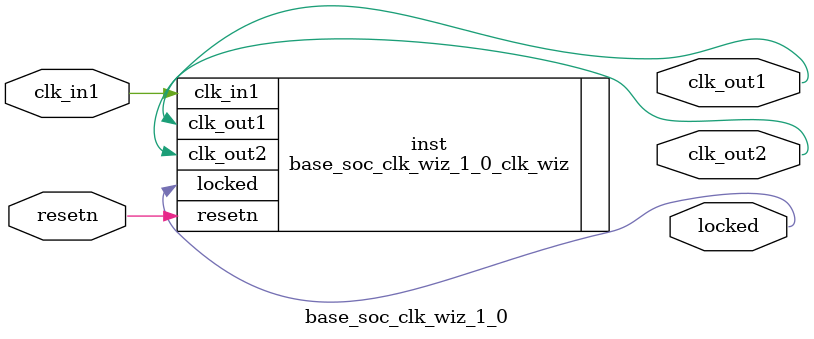
<source format=v>


`timescale 1ps/1ps

(* CORE_GENERATION_INFO = "base_soc_clk_wiz_1_0,clk_wiz_v5_3_3_0,{component_name=base_soc_clk_wiz_1_0,use_phase_alignment=true,use_min_o_jitter=false,use_max_i_jitter=false,use_dyn_phase_shift=false,use_inclk_switchover=false,use_dyn_reconfig=false,enable_axi=0,feedback_source=FDBK_AUTO,PRIMITIVE=MMCM,num_out_clk=2,clkin1_period=10.0,clkin2_period=10.0,use_power_down=false,use_reset=true,use_locked=true,use_inclk_stopped=false,feedback_type=SINGLE,CLOCK_MGR_TYPE=NA,manual_override=false}" *)

module base_soc_clk_wiz_1_0 
 (
  // Clock out ports
  output        clk_out1,
  output        clk_out2,
  // Status and control signals
  input         resetn,
  output        locked,
 // Clock in ports
  input         clk_in1
 );

  base_soc_clk_wiz_1_0_clk_wiz inst
  (
  // Clock out ports  
  .clk_out1(clk_out1),
  .clk_out2(clk_out2),
  // Status and control signals               
  .resetn(resetn), 
  .locked(locked),
 // Clock in ports
  .clk_in1(clk_in1)
  );

endmodule

</source>
